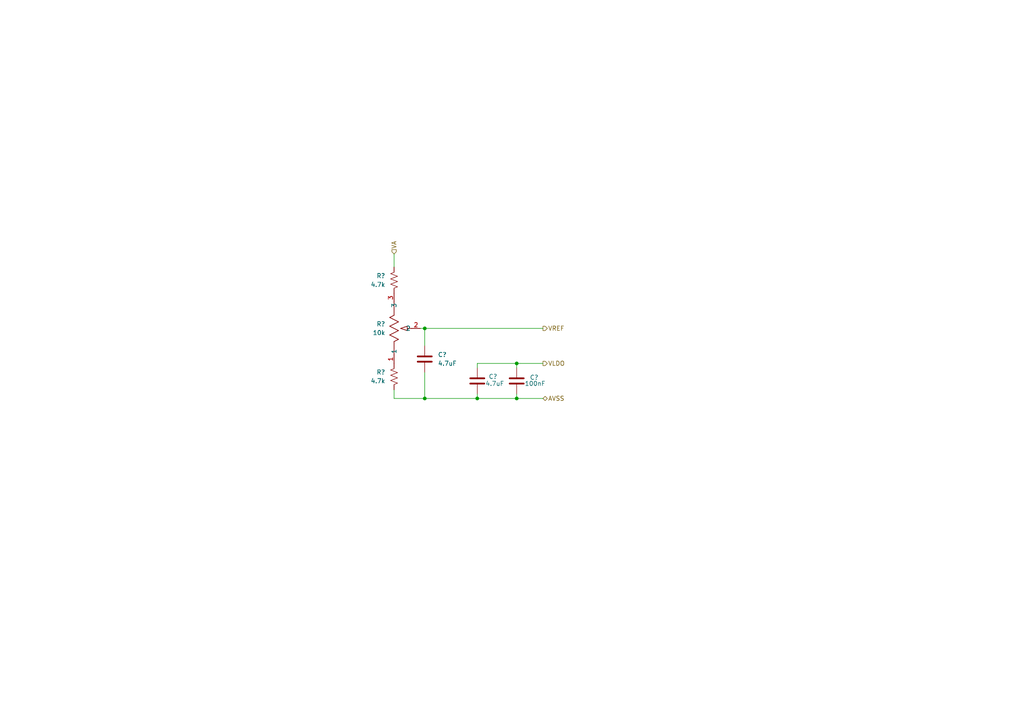
<source format=kicad_sch>
(kicad_sch (version 20231120) (generator "eeschema") (generator_version "8.0")
  (paper "A4")
  (lib_symbols
    (symbol "Device:C" (pin_numbers hide) (pin_names (offset 0.254))
      (property "Reference" "C" (at 0.635 2.54 0))
      (property "Value" "C" (at 0.635 -2.54 0))
      (symbol "C_0_1"
        (polyline (pts (xy -2.032 -0.762) (xy 2.032 -0.762)) (stroke (width 0.508)))
        (polyline (pts (xy -2.032 0.762) (xy 2.032 0.762)) (stroke (width 0.508)))
      )
      (symbol "C_1_1"
        (pin passive line (at 0 3.81 270) (length 2.794) (name "~") (number "1"))
        (pin passive line (at 0 -3.81 90) (length 2.794) (name "~") (number "2"))
      )
    )
    (symbol "Device:R_US" (pin_numbers hide) (pin_names (offset 0))
      (property "Reference" "R" (at 2.54 0 90))
      (property "Value" "R_US" (at -2.54 0 90))
      (symbol "R_US_0_1"
        (polyline (pts (xy 0 -2.286) (xy 0 -2.54)))
        (polyline (pts (xy 0 2.286) (xy 0 2.54)))
        (polyline (pts (xy 0 -0.762) (xy 1.016 -1.143) (xy 0 -1.524) (xy -1.016 -1.905) (xy 0 -2.286)))
        (polyline (pts (xy 0 0.762) (xy 1.016 0.381) (xy 0 0) (xy -1.016 -0.381) (xy 0 -0.762)))
        (polyline (pts (xy 0 2.286) (xy 1.016 1.905) (xy 0 1.524) (xy -1.016 1.143) (xy 0 0.762)))
      )
      (symbol "R_US_1_1"
        (pin passive line (at 0 3.81 270) (length 1.27) (name "~") (number "1"))
        (pin passive line (at 0 -3.81 90) (length 1.27) (name "~") (number "2"))
      )
    )
    (symbol "pot10turn:PV37W103C01B00" (pin_names (offset 0.254))
      (property "Reference" "R" (at 10.795 -3.175 0))
      (property "Value" "PV37W103C01B00" (at 10.795 -6.35 0))
      (symbol "PV37W103C01B00_1_1"
        (polyline (pts (xy 2.54 0) (xy 6.35 0)) (stroke (width 0.2032)))
        (polyline (pts (xy 6.35 0) (xy 6.985 1.27)) (stroke (width 0.2032)))
        (polyline (pts (xy 6.985 1.27) (xy 8.255 -1.27)) (stroke (width 0.2032)))
        (polyline (pts (xy 8.255 -1.27) (xy 9.525 1.27)) (stroke (width 0.2032)))
        (polyline (pts (xy 9.525 1.27) (xy 10.795 -1.27)) (stroke (width 0.2032)))
        (polyline (pts (xy 9.525 3.81) (xy 10.16 1.905)) (stroke (width 0.2032)))
        (polyline (pts (xy 9.525 3.81) (xy 10.795 3.81)) (stroke (width 0.2032)))
        (polyline (pts (xy 10.16 3.81) (xy 10.16 5.08)) (stroke (width 0.2032)))
        (polyline (pts (xy 10.795 -1.27) (xy 12.065 1.27)) (stroke (width 0.2032)))
        (polyline (pts (xy 10.795 3.81) (xy 10.16 1.905)) (stroke (width 0.2032)))
        (polyline (pts (xy 12.065 1.27) (xy 13.335 -1.27)) (stroke (width 0.2032)))
        (polyline (pts (xy 13.335 -1.27) (xy 13.97 0)) (stroke (width 0.2032)))
        (polyline (pts (xy 13.97 0) (xy 17.78 0)) (stroke (width 0.2032)))
        (pin unspecified line (at 0 0 0) (length 2.54) (name "1") (number "1"))
        (pin unspecified line (at 10.16 7.62 270) (length 2.54) (name "2") (number "2"))
        (pin unspecified line (at 20.32 0 180) (length 2.54) (name "3") (number "3"))
      )
      (symbol "PV37W103C01B00_1_2"
        (polyline (pts (xy -3.81 -10.795) (xy -3.81 -9.525)) (stroke (width 0.2032)))
        (polyline (pts (xy -3.81 -10.795) (xy -1.905 -10.16)) (stroke (width 0.2032)))
        (polyline (pts (xy -3.81 -10.16) (xy -5.08 -10.16)) (stroke (width 0.2032)))
        (polyline (pts (xy -3.81 -9.525) (xy -1.905 -10.16)) (stroke (width 0.2032)))
        (polyline (pts (xy -1.27 -13.335) (xy 1.27 -12.065)) (stroke (width 0.2032)))
        (polyline (pts (xy -1.27 -10.795) (xy 1.27 -9.525)) (stroke (width 0.2032)))
        (polyline (pts (xy -1.27 -8.255) (xy 1.27 -6.985)) (stroke (width 0.2032)))
        (polyline (pts (xy 0 -17.78) (xy 0 -13.97)) (stroke (width 0.2032)))
        (polyline (pts (xy 0 -13.97) (xy -1.27 -13.335)) (stroke (width 0.2032)))
        (polyline (pts (xy 0 -6.35) (xy 0 -2.54)) (stroke (width 0.2032)))
        (polyline (pts (xy 1.27 -12.065) (xy -1.27 -10.795)) (stroke (width 0.2032)))
        (polyline (pts (xy 1.27 -9.525) (xy -1.27 -8.255)) (stroke (width 0.2032)))
        (polyline (pts (xy 1.27 -6.985) (xy 0 -6.35)) (stroke (width 0.2032)))
        (pin unspecified line (at 0 0 270) (length 2.54) (name "1") (number "1"))
        (pin unspecified line (at -7.62 -10.16 0) (length 2.54) (name "2") (number "2"))
        (pin unspecified line (at 0 -20.32 90) (length 2.54) (name "3") (number "3"))
      )
    )
  )
  (junction (at 123.19 115.57))
  (junction (at 138.43 115.57))
  (junction (at 149.86 105.41))
  (junction (at 149.86 115.57))
  (junction (at 123.19 95.25))
  (wire (pts (xy 114.3 115.57) (xy 123.19 115.57)))
  (wire (pts (xy 138.43 115.57) (xy 138.43 114.3)))
  (wire (pts (xy 114.3 73.66) (xy 114.3 77.47)))
  (wire (pts (xy 149.86 105.41) (xy 157.48 105.41)))
  (wire (pts (xy 138.43 115.57) (xy 149.86 115.57)))
  (wire (pts (xy 123.19 100.33) (xy 123.19 95.25)))
  (wire (pts (xy 138.43 105.41) (xy 149.86 105.41)))
  (wire (pts (xy 138.43 105.41) (xy 138.43 106.68)))
  (wire (pts (xy 123.19 115.57) (xy 138.43 115.57)))
  (wire (pts (xy 149.86 115.57) (xy 157.48 115.57)))
  (wire (pts (xy 123.19 115.57) (xy 123.19 107.95)))
  (wire (pts (xy 149.86 105.41) (xy 149.86 106.68)))
  (wire (pts (xy 114.3 115.57) (xy 114.3 113.03)))
  (wire (pts (xy 149.86 115.57) (xy 149.86 114.3)))
  (wire (pts (xy 123.19 95.25) (xy 157.48 95.25)))
  (wire (pts (xy 123.19 95.25) (xy 121.92 95.25)))
  (hierarchical_label "VA" (shape input) (at 114.3 73.66 90))
  (hierarchical_label "VLDO" (shape output) (at 157.48 105.41 0))
  (hierarchical_label "AVSS" (shape bidirectional) (at 157.48 115.57 0))
  (hierarchical_label "VREF" (shape output) (at 157.48 95.25 0))
  (symbol (lib_id "Device:C") (at 138.43 110.49 0) (unit 1)
    (property "Reference" "C?" (at 143.002 109.22 0))
    (property "Value" "4.7uF" (at 143.51 111.252 0))
    (property "Description" "Unpolarized capacitor" (effects (hide yes)))
  )
  (symbol (lib_id "Device:R_US") (at 114.3 81.28 0) (mirror y) (unit 1)
    (property "Reference" "R?" (at 111.76 80.0099 0) (effects (justify left)))
    (property "Value" "4.7k" (at 111.76 82.5499 0) (effects (justify left)))
    (property "Description" "Resistor, US symbol" (effects (hide yes)))
  )
  (symbol (lib_id "Device:C") (at 149.86 110.49 0) (unit 1)
    (property "Reference" "C?" (at 154.94 109.474 0))
    (property "Value" "100nF" (at 155.194 111.252 0))
    (property "Description" "Unpolarized capacitor" (effects (hide yes)))
  )
  (symbol (lib_id "Device:C") (at 123.19 104.14 0) (unit 1)
    (property "Reference" "C?" (at 127 102.8699 0) (effects (justify left)))
    (property "Value" "4.7uF" (at 127 105.4099 0) (effects (justify left)))
    (property "Description" "Unpolarized capacitor" (effects (hide yes)))
  )
  (symbol (lib_id "pot10turn:PV37W103C01B00") (at 114.3 105.41 270) (mirror x) (unit 1)
    (property "Reference" "R?" (at 111.76 93.9799 90) (effects (justify right)))
    (property "Value" "10k" (at 111.76 96.5199 90) (effects (justify right)))
    (property "Footprint" "ECE628_lib:potentiometer_10turn" (effects (hide yes)))
    (property "Datasheet" "PV37W103C01B00" (effects (hide yes)))
  )
  (symbol (lib_id "Device:R_US") (at 114.3 109.22 0) (mirror y) (unit 1)
    (property "Reference" "R?" (at 111.76 107.9499 0) (effects (justify left)))
    (property "Value" "4.7k" (at 111.76 110.4899 0) (effects (justify left)))
    (property "Description" "Resistor, US symbol" (effects (hide yes)))
  )
)
</source>
